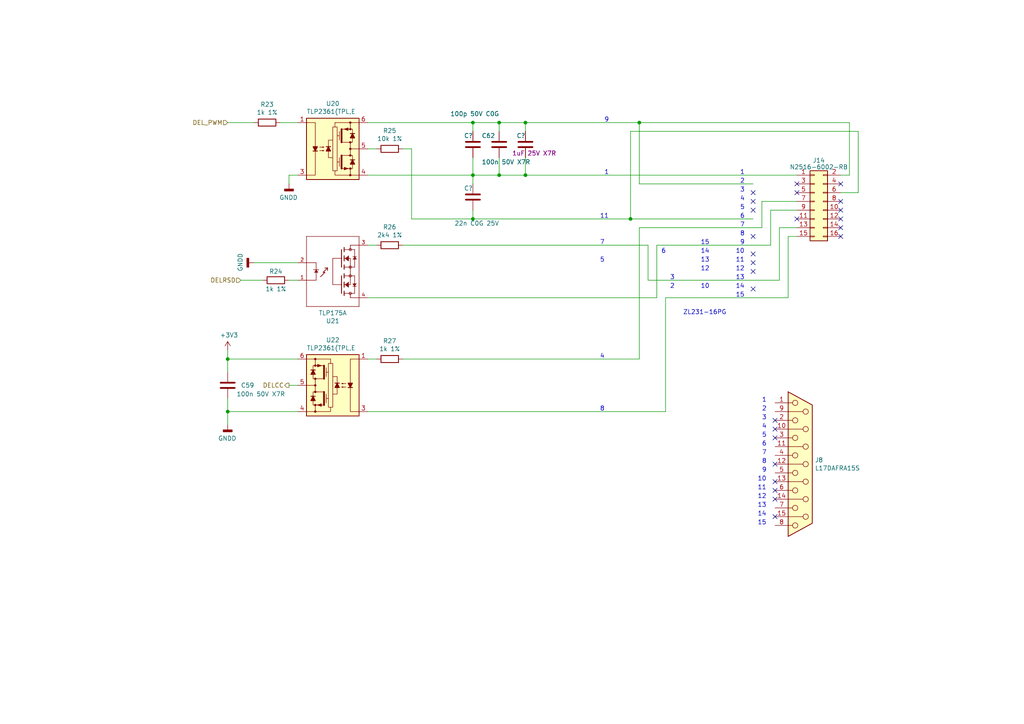
<source format=kicad_sch>
(kicad_sch (version 20230121) (generator eeschema)
  (paper "A4")
  (title_block (title "MOT coils current 100A controller ") (date "2023-11-27") (rev "2_Artiq") (company "Nicolaus Copernicus University in Toruń") (comment 1 "KL FAMO") (comment 2 "Kasli / Sinara compatible version") (comment 4 "designed by Adam Ledziński"))
  (lib_symbols
    (symbol "Connector_Generic:Conn_02x08_Odd_Even" (pin_names (offset 1.016) hide)
      (property "Reference" "J" (at 1.27 10.16 0))
      (property "Value" "Conn_02x08_Odd_Even" (at 1.27 -12.7 0))
      (symbol "Conn_02x08_Odd_Even_1_1"
        (rectangle (start -1.27 -10.033) (end 0 -10.287) (stroke (width 0.1524)))
        (rectangle (start -1.27 -7.493) (end 0 -7.747) (stroke (width 0.1524)))
        (rectangle (start -1.27 -4.953) (end 0 -5.207) (stroke (width 0.1524)))
        (rectangle (start -1.27 -2.413) (end 0 -2.667) (stroke (width 0.1524)))
        (rectangle (start -1.27 0.127) (end 0 -0.127) (stroke (width 0.1524)))
        (rectangle (start -1.27 2.667) (end 0 2.413) (stroke (width 0.1524)))
        (rectangle (start -1.27 5.207) (end 0 4.953) (stroke (width 0.1524)))
        (rectangle (start -1.27 7.747) (end 0 7.493) (stroke (width 0.1524)))
        (rectangle (start -1.27 8.89) (end 3.81 -11.43) (stroke (width 0.254)) (fill (type background)))
        (rectangle (start 3.81 -10.033) (end 2.54 -10.287) (stroke (width 0.1524)))
        (rectangle (start 3.81 -7.493) (end 2.54 -7.747) (stroke (width 0.1524)))
        (rectangle (start 3.81 -4.953) (end 2.54 -5.207) (stroke (width 0.1524)))
        (rectangle (start 3.81 -2.413) (end 2.54 -2.667) (stroke (width 0.1524)))
        (rectangle (start 3.81 0.127) (end 2.54 -0.127) (stroke (width 0.1524)))
        (rectangle (start 3.81 2.667) (end 2.54 2.413) (stroke (width 0.1524)))
        (rectangle (start 3.81 5.207) (end 2.54 4.953) (stroke (width 0.1524)))
        (rectangle (start 3.81 7.747) (end 2.54 7.493) (stroke (width 0.1524)))
        (pin passive line (at -5.08 7.62 0) (length 3.81) (name "Pin_1") (number "1"))
        (pin passive line (at 7.62 -2.54 180) (length 3.81) (name "Pin_10") (number "10"))
        (pin passive line (at -5.08 -5.08 0) (length 3.81) (name "Pin_11") (number "11"))
        (pin passive line (at 7.62 -5.08 180) (length 3.81) (name "Pin_12") (number "12"))
        (pin passive line (at -5.08 -7.62 0) (length 3.81) (name "Pin_13") (number "13"))
        (pin passive line (at 7.62 -7.62 180) (length 3.81) (name "Pin_14") (number "14"))
        (pin passive line (at -5.08 -10.16 0) (length 3.81) (name "Pin_15") (number "15"))
        (pin passive line (at 7.62 -10.16 180) (length 3.81) (name "Pin_16") (number "16"))
        (pin passive line (at 7.62 7.62 180) (length 3.81) (name "Pin_2") (number "2"))
        (pin passive line (at -5.08 5.08 0) (length 3.81) (name "Pin_3") (number "3"))
        (pin passive line (at 7.62 5.08 180) (length 3.81) (name "Pin_4") (number "4"))
        (pin passive line (at -5.08 2.54 0) (length 3.81) (name "Pin_5") (number "5"))
        (pin passive line (at 7.62 2.54 180) (length 3.81) (name "Pin_6") (number "6"))
        (pin passive line (at -5.08 0 0) (length 3.81) (name "Pin_7") (number "7"))
        (pin passive line (at 7.62 0 180) (length 3.81) (name "Pin_8") (number "8"))
        (pin passive line (at -5.08 -2.54 0) (length 3.81) (name "Pin_9") (number "9"))
      )
    )
    (symbol "Device:C" (pin_numbers hide) (pin_names (offset 0.254))
      (property "Reference" "C" (at 0.635 2.54 0))
      (property "Value" "C" (at 0.635 -2.54 0))
      (symbol "C_0_1"
        (polyline (pts (xy -2.032 -0.762) (xy 2.032 -0.762)) (stroke (width 0.508)))
        (polyline (pts (xy -2.032 0.762) (xy 2.032 0.762)) (stroke (width 0.508)))
      )
      (symbol "C_1_1"
        (pin passive line (at 0 3.81 270) (length 2.794) (name "~") (number "1"))
        (pin passive line (at 0 -3.81 90) (length 2.794) (name "~") (number "2"))
      )
    )
    (symbol "Device:R" (pin_numbers hide) (pin_names (offset 0))
      (property "Reference" "R" (at 2.032 0 90))
      (property "Value" "R" (at 0 0 90))
      (symbol "R_0_1"
        (rectangle (start -1.016 -2.54) (end 1.016 2.54) (stroke (width 0.254)))
      )
      (symbol "R_1_1"
        (pin passive line (at 0 3.81 270) (length 1.27) (name "~") (number "1"))
        (pin passive line (at 0 -3.81 90) (length 1.27) (name "~") (number "2"))
      )
    )
    (symbol "c100AvA-rescue:DB15_Female-Connector" (pin_names (offset 1.016) hide)
      (property "Reference" "J" (at 0.508 21.59 0))
      (property "Value" "Connector_DB15_Female" (at 0 -22.225 0))
      (symbol "DB15_Female-Connector_0_1"
        (circle (center -1.778 -17.78) (radius 0.762))
        (circle (center -1.778 -12.7) (radius 0.762))
        (circle (center -1.778 -7.62) (radius 0.762))
        (circle (center -1.778 -2.54) (radius 0.762))
        (circle (center -1.778 2.54) (radius 0.762))
        (circle (center -1.778 7.62) (radius 0.762))
        (circle (center -1.778 12.7) (radius 0.762))
        (circle (center -1.778 17.78) (radius 0.762))
        (polyline (pts (xy -3.81 -17.78) (xy -2.54 -17.78)))
        (polyline (pts (xy -3.81 -15.24) (xy 0.508 -15.24)))
        (polyline (pts (xy -3.81 -12.7) (xy -2.54 -12.7)))
        (polyline (pts (xy -3.81 -10.16) (xy 0.508 -10.16)))
        (polyline (pts (xy -3.81 -7.62) (xy -2.54 -7.62)))
        (polyline (pts (xy -3.81 -5.08) (xy 0.508 -5.08)))
        (polyline (pts (xy -3.81 -2.54) (xy -2.54 -2.54)))
        (polyline (pts (xy -3.81 0) (xy 0.508 0)))
        (polyline (pts (xy -3.81 2.54) (xy -2.54 2.54)))
        (polyline (pts (xy -3.81 5.08) (xy 0.508 5.08)))
        (polyline (pts (xy -3.81 7.62) (xy -2.54 7.62)))
        (polyline (pts (xy -3.81 10.16) (xy 0.508 10.16)))
        (polyline (pts (xy -3.81 12.7) (xy -2.54 12.7)))
        (polyline (pts (xy -3.81 15.24) (xy 0.508 15.24)))
        (polyline (pts (xy -3.81 17.78) (xy -2.54 17.78)))
        (polyline (pts (xy -3.81 20.955) (xy 3.175 17.145) (xy 3.175 -17.145) (xy -3.81 -20.955) (xy -3.81 20.955)) (stroke (width 0.254)) (fill (type background)))
        (circle (center 1.27 -15.24) (radius 0.762))
        (circle (center 1.27 -10.16) (radius 0.762))
        (circle (center 1.27 -5.08) (radius 0.762))
        (circle (center 1.27 0) (radius 0.762))
        (circle (center 1.27 5.08) (radius 0.762))
        (circle (center 1.27 10.16) (radius 0.762))
        (circle (center 1.27 15.24) (radius 0.762))
      )
      (symbol "DB15_Female-Connector_1_1"
        (pin passive line (at -7.62 17.78 0) (length 3.81) (name "1") (number "1"))
        (pin passive line (at -7.62 10.16 0) (length 3.81) (name "P10") (number "10"))
        (pin passive line (at -7.62 5.08 0) (length 3.81) (name "P111") (number "11"))
        (pin passive line (at -7.62 0 0) (length 3.81) (name "P12") (number "12"))
        (pin passive line (at -7.62 -5.08 0) (length 3.81) (name "P13") (number "13"))
        (pin passive line (at -7.62 -10.16 0) (length 3.81) (name "P14") (number "14"))
        (pin passive line (at -7.62 -15.24 0) (length 3.81) (name "P15") (number "15"))
        (pin passive line (at -7.62 12.7 0) (length 3.81) (name "2") (number "2"))
        (pin passive line (at -7.62 7.62 0) (length 3.81) (name "3") (number "3"))
        (pin passive line (at -7.62 2.54 0) (length 3.81) (name "4") (number "4"))
        (pin passive line (at -7.62 -2.54 0) (length 3.81) (name "5") (number "5"))
        (pin passive line (at -7.62 -7.62 0) (length 3.81) (name "6") (number "6"))
        (pin passive line (at -7.62 -12.7 0) (length 3.81) (name "7") (number "7"))
        (pin passive line (at -7.62 -17.78 0) (length 3.81) (name "8") (number "8"))
        (pin passive line (at -7.62 15.24 0) (length 3.81) (name "P9") (number "9"))
      )
    )
    (symbol "ff:TLP175A" (pin_names (offset 1.016) hide)
      (property "Reference" "U" (at -7.62 10.16 0))
      (property "Value" "TLP175A" (at -7.62 -12.7 0))
      (symbol "TLP175A_0_0"
        (polyline (pts (xy -7.62 -10.16) (xy -7.62 10.16)) (stroke (width 0.1524)))
        (polyline (pts (xy -7.62 2.54) (xy -4.826 2.54)) (stroke (width 0.1524)))
        (polyline (pts (xy -7.62 10.16) (xy 7.62 10.16)) (stroke (width 0.1524)))
        (polyline (pts (xy -5.588 -0.508) (xy -4.064 -0.508)) (stroke (width 0.1524)))
        (polyline (pts (xy -4.826 -2.54) (xy -7.62 -2.54)) (stroke (width 0.1524)))
        (polyline (pts (xy -4.826 2.54) (xy -4.826 -2.54)) (stroke (width 0.1524)))
        (polyline (pts (xy -3.556 1.524) (xy -2.286 0.254)) (stroke (width 0.2032)))
        (polyline (pts (xy -2.794 0.254) (xy -1.524 -1.016)) (stroke (width 0.2032)))
        (polyline (pts (xy -2.286 0.254) (xy -2.794 0.254)) (stroke (width 0.2032)))
        (polyline (pts (xy -1.524 -1.016) (xy -2.286 -1.016)) (stroke (width 0.2032)))
        (polyline (pts (xy -1.524 -1.016) (xy -1.524 -0.254)) (stroke (width 0.2032)))
        (polyline (pts (xy 0 -3.81) (xy 2.54 -3.81)) (stroke (width 0.1524)))
        (polyline (pts (xy 0 3.81) (xy 0 -3.81)) (stroke (width 0.1524)))
        (polyline (pts (xy 0 3.81) (xy 2.54 3.81)) (stroke (width 0.1524)))
        (polyline (pts (xy 2.54 -1.27) (xy 2.54 -6.35)) (stroke (width 0.254)))
        (polyline (pts (xy 2.54 3.81) (xy 2.54 1.27)) (stroke (width 0.254)))
        (polyline (pts (xy 2.54 6.35) (xy 2.54 3.81)) (stroke (width 0.254)))
        (polyline (pts (xy 3.302 -6.35) (xy 3.302 -6.985)) (stroke (width 0.254)))
        (polyline (pts (xy 3.302 -5.715) (xy 3.302 -6.35)) (stroke (width 0.254)))
        (polyline (pts (xy 3.302 -3.81) (xy 3.302 -4.572)) (stroke (width 0.254)))
        (polyline (pts (xy 3.302 -3.81) (xy 5.08 -3.81)) (stroke (width 0.1524)))
        (polyline (pts (xy 3.302 -3.048) (xy 3.302 -3.81)) (stroke (width 0.254)))
        (polyline (pts (xy 3.302 -1.27) (xy 3.302 -1.905)) (stroke (width 0.254)))
        (polyline (pts (xy 3.302 -1.27) (xy 5.08 -1.27)) (stroke (width 0.1524)))
        (polyline (pts (xy 3.302 -0.635) (xy 3.302 -1.27)) (stroke (width 0.254)))
        (polyline (pts (xy 3.302 1.27) (xy 3.302 0.635)) (stroke (width 0.254)))
        (polyline (pts (xy 3.302 1.905) (xy 3.302 1.27)) (stroke (width 0.254)))
        (polyline (pts (xy 3.302 3.81) (xy 3.302 3.048)) (stroke (width 0.254)))
        (polyline (pts (xy 3.302 3.81) (xy 5.08 3.81)) (stroke (width 0.1524)))
        (polyline (pts (xy 3.302 4.572) (xy 3.302 3.81)) (stroke (width 0.254)))
        (polyline (pts (xy 3.302 6.35) (xy 3.302 5.715)) (stroke (width 0.254)))
        (polyline (pts (xy 3.302 6.35) (xy 5.08 6.35)) (stroke (width 0.1524)))
        (polyline (pts (xy 3.302 6.985) (xy 3.302 6.35)) (stroke (width 0.254)))
        (polyline (pts (xy 5.08 -7.62) (xy 7.62 -7.62)) (stroke (width 0.1524)))
        (polyline (pts (xy 5.08 -6.35) (xy 3.302 -6.35)) (stroke (width 0.1524)))
        (polyline (pts (xy 5.08 -6.35) (xy 5.08 -7.62)) (stroke (width 0.1524)))
        (polyline (pts (xy 5.08 -1.27) (xy 5.08 -3.81)) (stroke (width 0.1524)))
        (polyline (pts (xy 5.08 1.27) (xy 3.302 1.27)) (stroke (width 0.1524)))
        (polyline (pts (xy 5.08 1.27) (xy 5.08 -1.27)) (stroke (width 0.1524)))
        (polyline (pts (xy 5.08 1.27) (xy 6.35 1.27)) (stroke (width 0.1524)))
        (polyline (pts (xy 5.08 3.81) (xy 5.08 1.27)) (stroke (width 0.1524)))
        (polyline (pts (xy 5.08 6.35) (xy 6.35 6.35)) (stroke (width 0.1524)))
        (polyline (pts (xy 5.08 7.62) (xy 5.08 6.35)) (stroke (width 0.1524)))
        (polyline (pts (xy 5.08 7.62) (xy 7.62 7.62)) (stroke (width 0.1524)))
        (polyline (pts (xy 5.842 -4.318) (xy 6.35 -4.318)) (stroke (width 0.1524)))
        (polyline (pts (xy 6.35 -6.35) (xy 5.08 -6.35)) (stroke (width 0.1524)))
        (polyline (pts (xy 6.35 -6.35) (xy 6.35 -4.318)) (stroke (width 0.1524)))
        (polyline (pts (xy 6.35 -4.318) (xy 6.35 -1.27)) (stroke (width 0.1524)))
        (polyline (pts (xy 6.35 -4.318) (xy 6.858 -4.318)) (stroke (width 0.1524)))
        (polyline (pts (xy 6.35 -1.27) (xy 5.08 -1.27)) (stroke (width 0.1524)))
        (polyline (pts (xy 6.35 4.318) (xy 5.842 4.318)) (stroke (width 0.1524)))
        (polyline (pts (xy 6.35 4.318) (xy 6.35 1.27)) (stroke (width 0.1524)))
        (polyline (pts (xy 6.35 6.35) (xy 6.35 4.318)) (stroke (width 0.1524)))
        (polyline (pts (xy 6.858 4.318) (xy 6.35 4.318)) (stroke (width 0.1524)))
        (polyline (pts (xy 7.62 -10.16) (xy -7.62 -10.16)) (stroke (width 0.1524)))
        (polyline (pts (xy 7.62 10.16) (xy 7.62 -10.16)) (stroke (width 0.1524)))
        (polyline (pts (xy -4.826 -0.508) (xy -4.318 0.254) (xy -5.334 0.254)) (stroke (width 0.1524)) (fill (type outline)))
        (polyline (pts (xy 3.556 -3.81) (xy 4.572 -3.048) (xy 4.572 -4.572)) (stroke (width 0.1524)) (fill (type outline)))
        (polyline (pts (xy 3.556 3.81) (xy 4.572 4.572) (xy 4.572 3.048)) (stroke (width 0.1524)) (fill (type outline)))
        (polyline (pts (xy 6.35 -4.318) (xy 6.858 -3.556) (xy 5.842 -3.556)) (stroke (width 0.1524)) (fill (type outline)))
        (polyline (pts (xy 6.35 4.318) (xy 5.842 3.556) (xy 6.858 3.556)) (stroke (width 0.1524)) (fill (type outline)))
        (circle (center 5.08 -6.35) (radius 0.3556))
        (circle (center 5.08 -1.27) (radius 0.3556))
        (circle (center 5.08 1.27) (radius 0.3556))
        (circle (center 5.08 6.35) (radius 0.3556))
        (pin passive line (at -10.16 2.54 0) (length 2.54) (name "~") (number "1"))
        (pin passive line (at -10.16 -2.54 0) (length 2.54) (name "~") (number "2"))
        (pin passive line (at 10.16 -7.62 180) (length 2.54) (name "~") (number "3"))
        (pin passive line (at 10.16 7.62 180) (length 2.54) (name "~") (number "4"))
      )
    )
    (symbol "ff:TLP2361" (pin_names hide)
      (property "Reference" "U" (at 0 12.7 0))
      (property "Value" "TLP2361" (at 0 10.16 0))
      (symbol "TLP2361_0_1"
        (rectangle (start -7.62 8.89) (end 7.62 -8.89) (stroke (width 0.254)) (fill (type background)))
        (polyline (pts (xy -5.715 -0.635) (xy -4.445 -0.635)) (stroke (width 0.254)))
        (polyline (pts (xy -0.635 0.635) (xy -1.905 0.635)) (stroke (width 0.254)))
        (polyline (pts (xy 1.27 -3.81) (xy 1.905 -3.81)))
        (polyline (pts (xy 1.27 3.81) (xy 1.905 3.81)))
        (polyline (pts (xy 1.905 -5.08) (xy 1.905 -2.54)))
        (polyline (pts (xy 1.905 2.54) (xy 1.905 5.08)))
        (polyline (pts (xy 2.54 -5.715) (xy 2.54 -1.905)) (stroke (width 0.508)))
        (polyline (pts (xy 2.54 1.905) (xy 2.54 5.715)) (stroke (width 0.508)))
        (polyline (pts (xy 4.445 -1.905) (xy 2.54 -1.905)))
        (polyline (pts (xy 4.445 5.715) (xy 2.54 5.715)))
        (polyline (pts (xy 5.08 -5.715) (xy 5.08 -7.62)))
        (polyline (pts (xy 5.08 0) (xy 7.62 0)))
        (polyline (pts (xy 5.08 1.905) (xy 5.08 -1.905)))
        (polyline (pts (xy 5.08 7.62) (xy 5.08 5.715)))
        (polyline (pts (xy 6.35 -3.175) (xy 5.08 -3.175)) (stroke (width 0.254)))
        (polyline (pts (xy 6.35 4.445) (xy 5.08 4.445)) (stroke (width 0.254)))
        (polyline (pts (xy 7.62 7.62) (xy 0.635 7.62)))
        (polyline (pts (xy -1.27 -0.635) (xy -1.27 -2.54) (xy 0 -2.54)))
        (polyline (pts (xy -1.27 0.635) (xy -1.27 2.54) (xy 0 2.54)))
        (polyline (pts (xy 0.635 -6.35) (xy 0.635 -7.62) (xy 7.62 -7.62)))
        (polyline (pts (xy 4.445 -1.905) (xy 5.715 -1.905) (xy 5.715 -3.175)))
        (polyline (pts (xy 4.445 5.715) (xy 5.715 5.715) (xy 5.715 4.445)))
        (polyline (pts (xy 5.715 -4.445) (xy 5.715 -5.715) (xy 2.54 -5.715)))
        (polyline (pts (xy 5.715 3.175) (xy 5.715 1.905) (xy 2.54 1.905)))
        (polyline (pts (xy -7.62 7.62) (xy -5.08 7.62) (xy -5.08 -7.62) (xy -7.62 -7.62)))
        (polyline (pts (xy -5.08 -0.635) (xy -5.715 0.635) (xy -4.445 0.635) (xy -5.08 -0.635)) (stroke (width 0.254)) (fill (type outline)))
        (polyline (pts (xy -1.27 0.635) (xy -0.635 -0.635) (xy -1.905 -0.635) (xy -1.27 0.635)) (stroke (width 0.254)) (fill (type outline)))
        (polyline (pts (xy 3.302 5.715) (xy 4.445 6.096) (xy 4.445 5.334) (xy 3.302 5.715)) (fill (type outline)))
        (polyline (pts (xy 4.445 -5.715) (xy 3.302 -5.334) (xy 3.302 -6.096) (xy 4.445 -5.715)) (fill (type outline)))
        (polyline (pts (xy 5.715 -3.175) (xy 6.35 -4.445) (xy 5.08 -4.445) (xy 5.715 -3.175)) (stroke (width 0.254)) (fill (type outline)))
        (polyline (pts (xy 5.715 4.445) (xy 6.35 3.175) (xy 5.08 3.175) (xy 5.715 4.445)) (stroke (width 0.254)) (fill (type outline)))
        (polyline (pts (xy -3.81 -0.508) (xy -2.54 -0.508) (xy -2.921 -0.635) (xy -2.921 -0.381) (xy -2.54 -0.508)))
        (polyline (pts (xy -3.81 0.508) (xy -2.54 0.508) (xy -2.921 0.381) (xy -2.921 0.635) (xy -2.54 0.508)))
        (polyline (pts (xy 1.27 6.35) (xy 1.27 -6.35) (xy 0 -6.35) (xy 0 6.35) (xy 1.27 6.35)))
        (rectangle (start 0.635 6.35) (end 0.635 6.35))
        (rectangle (start 0.635 6.35) (end 0.635 7.62))
        (circle (center 5.08 -7.62) (radius 0.254) (fill (type outline)))
        (circle (center 5.08 -5.715) (radius 0.254) (fill (type outline)))
        (circle (center 5.08 -1.905) (radius 0.254) (fill (type outline)))
        (circle (center 5.08 0) (radius 0.254) (fill (type outline)))
        (circle (center 5.08 1.905) (radius 0.254) (fill (type outline)))
        (circle (center 5.08 5.715) (radius 0.254) (fill (type outline)))
        (circle (center 5.08 7.62) (radius 0.254) (fill (type outline)))
      )
      (symbol "TLP2361_1_1"
        (pin passive line (at -10.16 7.62 0) (length 2.54) (name "A") (number "1"))
        (pin passive line (at -10.16 -7.62 0) (length 2.54) (name "C") (number "3"))
        (pin power_in line (at 10.16 -7.62 180) (length 2.54) (name "VEE") (number "4"))
        (pin output line (at 10.16 0 180) (length 2.54) (name "VO") (number "5"))
        (pin power_in line (at 10.16 7.62 180) (length 2.54) (name "VCC") (number "6"))
      )
    )
    (symbol "power:+3V3" (power) (pin_names (offset 0))
      (property "Value" "+3V3" (at 0 3.556 0))
      (symbol "+3V3_0_1"
        (polyline (pts (xy -0.762 1.27) (xy 0 2.54)))
        (polyline (pts (xy 0 0) (xy 0 2.54)))
        (polyline (pts (xy 0 2.54) (xy 0.762 1.27)))
      )
      (symbol "+3V3_1_1"
        (pin power_in line (at 0 0 90) (length 0) hide (name "+3V3") (number "1"))
      )
    )
    (symbol "power:GNDD" (power) (pin_names (offset 0))
      (property "Value" "GNDD" (at 0 -3.175 0))
      (symbol "GNDD_0_1"
        (rectangle (start -1.27 -1.524) (end 1.27 -2.032) (stroke (width 0.254)) (fill (type outline)))
        (polyline (pts (xy 0 0) (xy 0 -1.524)))
      )
      (symbol "GNDD_1_1"
        (pin power_in line (at 0 0 270) (length 0) hide (name "GNDD") (number "1"))
      )
    )
  )
  (junction (at 152.4 35.56))
  (junction (at 152.4 50.8))
  (junction (at 66.04 119.38))
  (junction (at 137.16 35.56))
  (junction (at 137.16 63.5))
  (junction (at 66.04 104.14))
  (junction (at 144.78 50.8))
  (junction (at 185.42 35.56))
  (junction (at 144.78 35.56))
  (junction (at 137.16 50.8))
  (junction (at 182.88 63.5))
  (no_connect (at 243.84 66.04))
  (no_connect (at 218.44 73.66))
  (no_connect (at 224.79 149.86))
  (no_connect (at 218.44 55.88))
  (no_connect (at 224.79 134.62))
  (no_connect (at 231.14 53.34))
  (no_connect (at 218.44 58.42))
  (no_connect (at 243.84 60.96))
  (no_connect (at 231.14 63.5))
  (no_connect (at 218.44 83.82))
  (no_connect (at 224.79 144.78))
  (no_connect (at 224.79 127))
  (no_connect (at 218.44 68.58))
  (no_connect (at 243.84 53.34))
  (no_connect (at 243.84 68.58))
  (no_connect (at 243.84 58.42))
  (no_connect (at 243.84 63.5))
  (no_connect (at 218.44 76.2))
  (no_connect (at 224.79 121.92))
  (no_connect (at 224.79 142.24))
  (no_connect (at 218.44 60.96))
  (no_connect (at 218.44 78.74))
  (no_connect (at 224.79 139.7))
  (no_connect (at 224.79 124.46))
  (no_connect (at 231.14 55.88))
  (wire (pts (xy 185.42 35.56) (xy 152.4 35.56)))
  (wire (pts (xy 182.88 63.5) (xy 218.44 63.5)))
  (wire (pts (xy 66.04 104.14) (xy 66.04 101.6)))
  (wire (pts (xy 246.38 35.56) (xy 185.42 35.56)))
  (wire (pts (xy 243.84 55.88) (xy 248.92 55.88)))
  (wire (pts (xy 187.96 71.12) (xy 187.96 81.28)))
  (wire (pts (xy 144.78 50.8) (xy 152.4 50.8)))
  (wire (pts (xy 137.16 50.8) (xy 137.16 45.72)))
  (wire (pts (xy 119.38 63.5) (xy 137.16 63.5)))
  (wire (pts (xy 246.38 50.8) (xy 246.38 35.56)))
  (wire (pts (xy 106.68 104.14) (xy 109.22 104.14)))
  (wire (pts (xy 73.66 76.2) (xy 86.36 76.2)))
  (wire (pts (xy 116.84 43.18) (xy 119.38 43.18)))
  (wire (pts (xy 185.42 35.56) (xy 185.42 53.34)))
  (wire (pts (xy 193.04 86.36) (xy 193.04 119.38)))
  (wire (pts (xy 144.78 50.8) (xy 144.78 45.72)))
  (wire (pts (xy 223.52 71.12) (xy 223.52 60.96)))
  (wire (pts (xy 116.84 71.12) (xy 187.96 71.12)))
  (wire (pts (xy 119.38 43.18) (xy 119.38 63.5)))
  (wire (pts (xy 228.6 86.36) (xy 228.6 68.58)))
  (wire (pts (xy 185.42 66.04) (xy 185.42 104.14)))
  (wire (pts (xy 190.5 71.12) (xy 190.5 86.36)))
  (wire (pts (xy 66.04 119.38) (xy 86.36 119.38)))
  (wire (pts (xy 137.16 53.34) (xy 137.16 50.8)))
  (wire (pts (xy 106.68 35.56) (xy 137.16 35.56)))
  (wire (pts (xy 152.4 50.8) (xy 152.4 45.72)))
  (wire (pts (xy 152.4 38.1) (xy 152.4 35.56)))
  (wire (pts (xy 66.04 123.19) (xy 66.04 119.38)))
  (wire (pts (xy 152.4 35.56) (xy 144.78 35.56)))
  (wire (pts (xy 137.16 50.8) (xy 106.68 50.8)))
  (wire (pts (xy 83.82 50.8) (xy 83.82 53.34)))
  (wire (pts (xy 185.42 66.04) (xy 220.98 66.04)))
  (wire (pts (xy 137.16 38.1) (xy 137.16 35.56)))
  (wire (pts (xy 218.44 53.34) (xy 185.42 53.34)))
  (wire (pts (xy 73.66 35.56) (xy 66.04 35.56)))
  (wire (pts (xy 137.16 63.5) (xy 137.16 60.96)))
  (wire (pts (xy 106.68 86.36) (xy 190.5 86.36)))
  (wire (pts (xy 144.78 35.56) (xy 137.16 35.56)))
  (wire (pts (xy 220.98 66.04) (xy 220.98 58.42)))
  (wire (pts (xy 69.85 81.28) (xy 76.2 81.28)))
  (wire (pts (xy 106.68 71.12) (xy 109.22 71.12)))
  (wire (pts (xy 226.06 81.28) (xy 226.06 66.04)))
  (wire (pts (xy 66.04 104.14) (xy 86.36 104.14)))
  (wire (pts (xy 66.04 119.38) (xy 66.04 115.57)))
  (wire (pts (xy 248.92 38.1) (xy 182.88 38.1)))
  (wire (pts (xy 137.16 63.5) (xy 182.88 63.5)))
  (wire (pts (xy 220.98 58.42) (xy 231.14 58.42)))
  (wire (pts (xy 152.4 50.8) (xy 231.14 50.8)))
  (wire (pts (xy 66.04 107.95) (xy 66.04 104.14)))
  (wire (pts (xy 106.68 43.18) (xy 109.22 43.18)))
  (wire (pts (xy 190.5 71.12) (xy 223.52 71.12)))
  (wire (pts (xy 193.04 119.38) (xy 106.68 119.38)))
  (wire (pts (xy 243.84 50.8) (xy 246.38 50.8)))
  (wire (pts (xy 187.96 81.28) (xy 226.06 81.28)))
  (wire (pts (xy 86.36 35.56) (xy 81.28 35.56)))
  (wire (pts (xy 226.06 66.04) (xy 231.14 66.04)))
  (wire (pts (xy 144.78 38.1) (xy 144.78 35.56)))
  (wire (pts (xy 223.52 60.96) (xy 231.14 60.96)))
  (wire (pts (xy 248.92 55.88) (xy 248.92 38.1)))
  (wire (pts (xy 83.82 81.28) (xy 86.36 81.28)))
  (wire (pts (xy 228.6 68.58) (xy 231.14 68.58)))
  (wire (pts (xy 86.36 50.8) (xy 83.82 50.8)))
  (wire (pts (xy 193.04 86.36) (xy 228.6 86.36)))
  (wire (pts (xy 116.84 104.14) (xy 185.42 104.14)))
  (wire (pts (xy 83.82 111.76) (xy 86.36 111.76)))
  (wire (pts (xy 137.16 50.8) (xy 144.78 50.8)))
  (wire (pts (xy 182.88 38.1) (xy 182.88 63.5)))
  (text "11" (at 213.36 76.2 0) (effects (font (size 1.27 1.27)) (justify left bottom)))
  (text "3" (at 194.31 81.28 0) (effects (font (size 1.27 1.27)) (justify left bottom)))
  (text "10" (at 213.36 73.66 0) (effects (font (size 1.27 1.27)) (justify left bottom)))
  (text "14" (at 219.71 149.86 0) (effects (font (size 1.27 1.27)) (justify left bottom)))
  (text "9" (at 175.26 35.56 0) (effects (font (size 1.27 1.27)) (justify left bottom)))
  (text "7" (at 214.63 66.04 0) (effects (font (size 1.27 1.27)) (justify left bottom)))
  (text "2" (at 214.63 53.34 0) (effects (font (size 1.27 1.27)) (justify left bottom)))
  (text "1" (at 220.98 116.84 0) (effects (font (size 1.27 1.27)) (justify left bottom)))
  (text "11" (at 173.99 63.5 0) (effects (font (size 1.27 1.27)) (justify left bottom)))
  (text "10" (at 203.2 83.82 0) (effects (font (size 1.27 1.27)) (justify left bottom)))
  (text "2" (at 220.98 119.38 0) (effects (font (size 1.27 1.27)) (justify left bottom)))
  (text "9" (at 214.63 71.12 0) (effects (font (size 1.27 1.27)) (justify left bottom)))
  (text "4" (at 220.98 124.46 0) (effects (font (size 1.27 1.27)) (justify left bottom)))
  (text "4" (at 173.99 104.14 0) (effects (font (size 1.27 1.27)) (justify left bottom)))
  (text "5" (at 220.98 127 0) (effects (font (size 1.27 1.27)) (justify left bottom)))
  (text "8" (at 214.63 68.58 0) (effects (font (size 1.27 1.27)) (justify left bottom)))
  (text "12" (at 203.2 78.74 0) (effects (font (size 1.27 1.27)) (justify left bottom)))
  (text "6" (at 191.77 73.66 0) (effects (font (size 1.27 1.27)) (justify left bottom)))
  (text "11" (at 219.71 142.24 0) (effects (font (size 1.27 1.27)) (justify left bottom)))
  (text "7" (at 173.99 71.12 0) (effects (font (size 1.27 1.27)) (justify left bottom)))
  (text "1" (at 214.63 50.8 0) (effects (font (size 1.27 1.27)) (justify left bottom)))
  (text "14" (at 203.2 73.66 0) (effects (font (size 1.27 1.27)) (justify left bottom)))
  (text "13" (at 203.2 76.2 0) (effects (font (size 1.27 1.27)) (justify left bottom)))
  (text "5" (at 173.99 76.2 0) (effects (font (size 1.27 1.27)) (justify left bottom)))
  (text "14" (at 213.36 83.82 0) (effects (font (size 1.27 1.27)) (justify left bottom)))
  (text "12" (at 213.36 78.74 0) (effects (font (size 1.27 1.27)) (justify left bottom)))
  (text "10" (at 219.71 139.7 0) (effects (font (size 1.27 1.27)) (justify left bottom)))
  (text "6" (at 220.98 129.54 0) (effects (font (size 1.27 1.27)) (justify left bottom)))
  (text "13" (at 213.36 81.28 0) (effects (font (size 1.27 1.27)) (justify left bottom)))
  (text "5" (at 214.63 60.96 0) (effects (font (size 1.27 1.27)) (justify left bottom)))
  (text "1" (at 175.26 50.8 0) (effects (font (size 1.27 1.27)) (justify left bottom)))
  (text "4" (at 214.63 58.42 0) (effects (font (size 1.27 1.27)) (justify left bottom)))
  (text "2" (at 194.31 83.82 0) (effects (font (size 1.27 1.27)) (justify left bottom)))
  (text "9" (at 220.98 137.16 0) (effects (font (size 1.27 1.27)) (justify left bottom)))
  (text "15" (at 213.36 86.36 0) (effects (font (size 1.27 1.27)) (justify left bottom)))
  (text "3" (at 220.98 121.92 0) (effects (font (size 1.27 1.27)) (justify left bottom)))
  (text "12" (at 219.71 144.78 0) (effects (font (size 1.27 1.27)) (justify left bottom)))
  (text "ZL231-16PG" (at 198.12 91.44 0) (effects (font (size 1.27 1.27)) (justify left bottom)))
  (text "8" (at 173.99 119.38 0) (effects (font (size 1.27 1.27)) (justify left bottom)))
  (text "15" (at 203.2 71.12 0) (effects (font (size 1.27 1.27)) (justify left bottom)))
  (text "7" (at 220.98 132.08 0) (effects (font (size 1.27 1.27)) (justify left bottom)))
  (text "8" (at 220.98 134.62 0) (effects (font (size 1.27 1.27)) (justify left bottom)))
  (text "13" (at 219.71 147.32 0) (effects (font (size 1.27 1.27)) (justify left bottom)))
  (text "3" (at 214.63 55.88 0) (effects (font (size 1.27 1.27)) (justify left bottom)))
  (text "6" (at 214.63 63.5 0) (effects (font (size 1.27 1.27)) (justify left bottom)))
  (text "15" (at 219.71 152.4 0) (effects (font (size 1.27 1.27)) (justify left bottom)))
  (hierarchical_label "DEL_PWM" (shape input) (at 66.04 35.56 180))
  (hierarchical_label "DELRSD" (shape input) (at 69.85 81.28 180))
  (hierarchical_label "DELCC" (shape output) (at 83.82 111.76 180))
  (symbol (lib_id "Device:C") (at 144.78 41.91 0) (unit 1)
    (property "Reference" "C62" (at 139.7 39.37 0) (effects (justify left)))
    (property "Value" "100n 50V X7R" (at 139.7 46.99 0) (effects (justify left)))
    (property "Footprint" "Capacitor_SMD:C_0603_1608Metric" (effects hide))
    (instances (project "c100AvA" (path "" (reference "C62") (unit 1)) (path "" (reference "C?") (unit 1)) (path "" (reference "C?") (unit 1))) (project "current100A_Artiq" (path "" (reference "C156") (unit 1))))
  )
  (symbol (lib_id "Device:C") (at 152.4 41.91 0) (mirror y) (unit 1)
    (property "Reference" "C?" (at 152.4 39.37 0) (effects (justify left)))
    (property "Value" "GCM188R71E105KA64J" (effects hide))
    (property "Footprint" "Capacitor_SMD:C_0603_1608Metric" (effects hide))
    (property "Comm" "1uF 25V X7R" (at 154.94 44.45 0))
    (instances (project "c100AvA" (path "" (reference "C?") (unit 1)) (path "" (reference "C?") (unit 1)) (path "" (reference "C63") (unit 1))) (project "current100A_Artiq" (path "" (reference "C157") (unit 1))))
  )
  (symbol (lib_id "Device:C") (at 137.16 41.91 0) (mirror y) (unit 1)
    (property "Reference" "C?" (at 137.16 39.37 0) (effects (justify left)))
    (property "Value" "100p 50V C0G" (at 144.78 33.02 0) (effects (justify left)))
    (property "Footprint" "Capacitor_SMD:C_0603_1608Metric" (effects hide))
    (instances (project "c100AvA" (path "" (reference "C?") (unit 1)) (path "" (reference "C?") (unit 1)) (path "" (reference "C60") (unit 1))) (project "current100A_Artiq" (path "" (reference "C154") (unit 1))))
  )
  (symbol (lib_id "ff:TLP175A") (at 96.52 78.74 0) (mirror x) (unit 1)
    (property "Reference" "U21" (at 96.52 93.091 0))
    (property "Value" "TLP175A" (at 96.52 90.7796 0))
    (property "Footprint" "Package_SO:SO-4_4.4x4.3mm_P2.54mm" (effects hide))
    (property "Datasheet" "https://toshiba.semicon-storage.com/info/docget.jsp?did=13665&prodName=TLP175A" (effects hide))
    (instances (project "c100AvA" (path "" (reference "U21") (unit 1))) (project "current100A_Artiq" (path "" (reference "U37") (unit 1))))
  )
  (symbol (lib_id "power:GNDD") (at 73.66 76.2 270) (mirror x) (unit 1)
    (property "Reference" "#PWR088" (effects hide))
    (property "Value" "GNDD" (at 69.6976 76.073 0))
    (instances (project "c100AvA" (path "" (reference "#PWR088") (unit 1)) (path "" (reference "#PWR?") (unit 1))) (project "current100A_Artiq" (path "" (reference "#PWR0210") (unit 1))))
  )
  (symbol (lib_id "Device:R") (at 80.01 81.28 270) (unit 1)
    (property "Reference" "R24" (at 80.01 78.74 90))
    (property "Value" "1k 1%" (at 80.01 83.82 90))
    (property "Footprint" "Resistor_SMD:R_0603_1608Metric" (effects hide))
    (instances (project "c100AvA" (path "" (reference "R24") (unit 1))) (project "current100A_Artiq" (path "" (reference "R64") (unit 1))))
  )
  (symbol (lib_id "Device:R") (at 113.03 104.14 270) (unit 1)
    (property "Reference" "R27" (at 113.03 98.8822 90))
    (property "Value" "1k 1%" (at 113.03 101.1936 90))
    (property "Footprint" "Resistor_SMD:R_0603_1608Metric" (effects hide))
    (instances (project "c100AvA" (path "" (reference "R27") (unit 1))) (project "current100A_Artiq" (path "" (reference "R67") (unit 1))))
  )
  (symbol (lib_id "power:+3V3") (at 66.04 101.6 0) (unit 1)
    (property "Reference" "#PWR086" (effects hide))
    (property "Value" "+3V3" (at 66.421 97.2058 0))
    (instances (project "c100AvA" (path "" (reference "#PWR086") (unit 1))) (project "current100A_Artiq" (path "" (reference "#PWR0208") (unit 1))))
  )
  (symbol (lib_id "Device:C") (at 66.04 111.76 0) (unit 1)
    (property "Reference" "C59" (at 69.85 111.76 0) (effects (justify left)))
    (property "Value" "100n 50V X7R" (at 68.58 114.3 0) (effects (justify left)))
    (property "Footprint" "Capacitor_SMD:C_0603_1608Metric" (effects hide))
    (instances (project "c100AvA" (path "" (reference "C59") (unit 1)) (path "" (reference "C?") (unit 1)) (path "" (reference "C?") (unit 1))) (project "current100A_Artiq" (path "" (reference "C153") (unit 1))))
  )
  (symbol (lib_id "Device:R") (at 113.03 71.12 270) (unit 1)
    (property "Reference" "R26" (at 113.03 65.8622 90))
    (property "Value" "2k4 1%" (at 113.03 68.1736 90))
    (property "Footprint" "Resistor_SMD:R_0603_1608Metric" (effects hide))
    (instances (project "c100AvA" (path "" (reference "R26") (unit 1))) (project "current100A_Artiq" (path "" (reference "R66") (unit 1))))
  )
  (symbol (lib_id "ff:TLP2361") (at 96.52 111.76 0) (mirror y) (unit 1)
    (property "Reference" "U22" (at 96.52 98.6282 0))
    (property "Value" "TLP2361(TPL,E " (at 96.52 100.9396 0))
    (property "Footprint" "Package_SO:MFSOP6-5_4.4x3.6mm_P1.27mm" (effects hide))
    (property "Datasheet" "https://toshiba.semicon-storage.com/info/docget.jsp?did=14229&prodName=TLP2361" (effects hide))
    (instances (project "c100AvA" (path "" (reference "U22") (unit 1))) (project "current100A_Artiq" (path "" (reference "U38") (unit 1))))
  )
  (symbol (lib_id "power:GNDD") (at 66.04 123.19 0) (mirror y) (unit 1)
    (property "Reference" "#PWR087" (effects hide))
    (property "Value" "GNDD" (at 65.913 127.1524 0))
    (instances (project "c100AvA" (path "" (reference "#PWR087") (unit 1)) (path "" (reference "#PWR?") (unit 1))) (project "current100A_Artiq" (path "" (reference "#PWR0209") (unit 1))))
  )
  (symbol (lib_id "ff:TLP2361") (at 96.52 43.18 0) (unit 1)
    (property "Reference" "U20" (at 96.52 30.0482 0))
    (property "Value" "TLP2361(TPL,E " (at 96.52 32.3596 0))
    (property "Footprint" "Package_SO:MFSOP6-5_4.4x3.6mm_P1.27mm" (effects hide))
    (property "Datasheet" "https://toshiba.semicon-storage.com/info/docget.jsp?did=14229&prodName=TLP2361" (effects hide))
    (instances (project "c100AvA" (path "" (reference "U20") (unit 1))) (project "current100A_Artiq" (path "" (reference "U36") (unit 1))))
  )
  (symbol (lib_id "Device:R") (at 77.47 35.56 270) (unit 1)
    (property "Reference" "R23" (at 77.47 30.3022 90))
    (property "Value" "1k 1%" (at 77.47 32.6136 90))
    (property "Footprint" "Resistor_SMD:R_0603_1608Metric" (effects hide))
    (instances (project "c100AvA" (path "" (reference "R23") (unit 1))) (project "current100A_Artiq" (path "" (reference "R63") (unit 1))))
  )
  (symbol (lib_id "Device:R") (at 113.03 43.18 270) (unit 1)
    (property "Reference" "R25" (at 113.03 37.9222 90))
    (property "Value" "10k 1%" (at 113.03 40.2336 90))
    (property "Footprint" "Resistor_SMD:R_0603_1608Metric" (effects hide))
    (instances (project "c100AvA" (path "" (reference "R25") (unit 1))) (project "current100A_Artiq" (path "" (reference "R65") (unit 1))))
  )
  (symbol (lib_id "Device:C") (at 137.16 57.15 0) (mirror y) (unit 1)
    (property "Reference" "C?" (at 137.16 54.61 0) (effects (justify left)))
    (property "Value" "22n C0G 25V" (at 144.78 64.77 0) (effects (justify left)))
    (property "Footprint" "Capacitor_SMD:C_0805_2012Metric" (effects hide))
    (instances (project "c100AvA" (path "" (reference "C?") (unit 1)) (path "" (reference "C?") (unit 1)) (path "" (reference "C61") (unit 1))) (project "current100A_Artiq" (path "" (reference "C155") (unit 1))))
  )
  (symbol (lib_id "power:GNDD") (at 83.82 53.34 0) (mirror y) (unit 1)
    (property "Reference" "#PWR089" (effects hide))
    (property "Value" "GNDD" (at 83.693 57.3024 0))
    (instances (project "c100AvA" (path "" (reference "#PWR089") (unit 1)) (path "" (reference "#PWR?") (unit 1))) (project "current100A_Artiq" (path "" (reference "#PWR0211") (unit 1))))
  )
  (symbol (lib_id "c100AvA-rescue:DB15_Female-Connector") (at 232.41 134.62 0) (unit 1) (on_board no)
    (property "Reference" "J8" (at 236.347 133.4262 0) (effects (justify left)))
    (property "Value" "L17DAFRA15S" (at 236.347 135.7884 0) (effects (justify left)))
    (property "Footprint" "Connectors_DSub:DSUB-15_Female_EdgeMount_Pitch2.77mm" (effects hide))
    (property "Datasheet" " ~" (effects hide))
    (property "Sim.Enable" "0" (effects hide))
    (instances (project "c100AvA" (path "" (reference "J8") (unit 1)) (path "" (reference "J8") (unit 1))) (project "current100A_Artiq" (path "" (reference "J13") (unit 1))))
  )
  (symbol (lib_id "Connector_Generic:Conn_02x08_Odd_Even") (at 236.22 58.42 0) (unit 1)
    (property "Reference" "J14" (at 237.49 46.5201 0))
    (property "Value" "N2516-6002-RB" (at 237.49 48.4411 0))
    (property "Footprint" "Connector_IDC:IDC-Header_2x08_P2.54mm_Vertical" (effects hide))
  )
)
</source>
